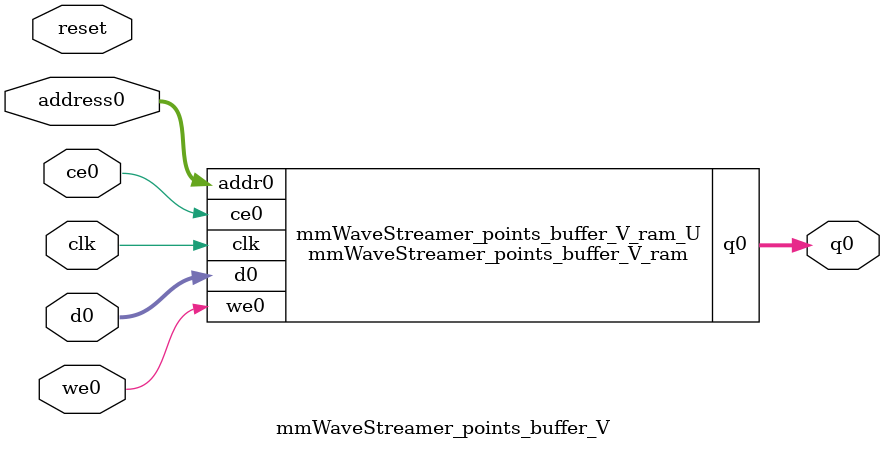
<source format=v>
`timescale 1 ns / 1 ps
module mmWaveStreamer_points_buffer_V_ram (addr0, ce0, d0, we0, q0,  clk);

parameter DWIDTH = 32;
parameter AWIDTH = 5;
parameter MEM_SIZE = 32;

input[AWIDTH-1:0] addr0;
input ce0;
input[DWIDTH-1:0] d0;
input we0;
output reg[DWIDTH-1:0] q0;
input clk;

reg [DWIDTH-1:0] ram[0:MEM_SIZE-1];




always @(posedge clk)  
begin 
    if (ce0) begin
        if (we0) 
            ram[addr0] <= d0; 
        q0 <= ram[addr0];
    end
end


endmodule

`timescale 1 ns / 1 ps
module mmWaveStreamer_points_buffer_V(
    reset,
    clk,
    address0,
    ce0,
    we0,
    d0,
    q0);

parameter DataWidth = 32'd32;
parameter AddressRange = 32'd32;
parameter AddressWidth = 32'd5;
input reset;
input clk;
input[AddressWidth - 1:0] address0;
input ce0;
input we0;
input[DataWidth - 1:0] d0;
output[DataWidth - 1:0] q0;



mmWaveStreamer_points_buffer_V_ram mmWaveStreamer_points_buffer_V_ram_U(
    .clk( clk ),
    .addr0( address0 ),
    .ce0( ce0 ),
    .we0( we0 ),
    .d0( d0 ),
    .q0( q0 ));

endmodule


</source>
